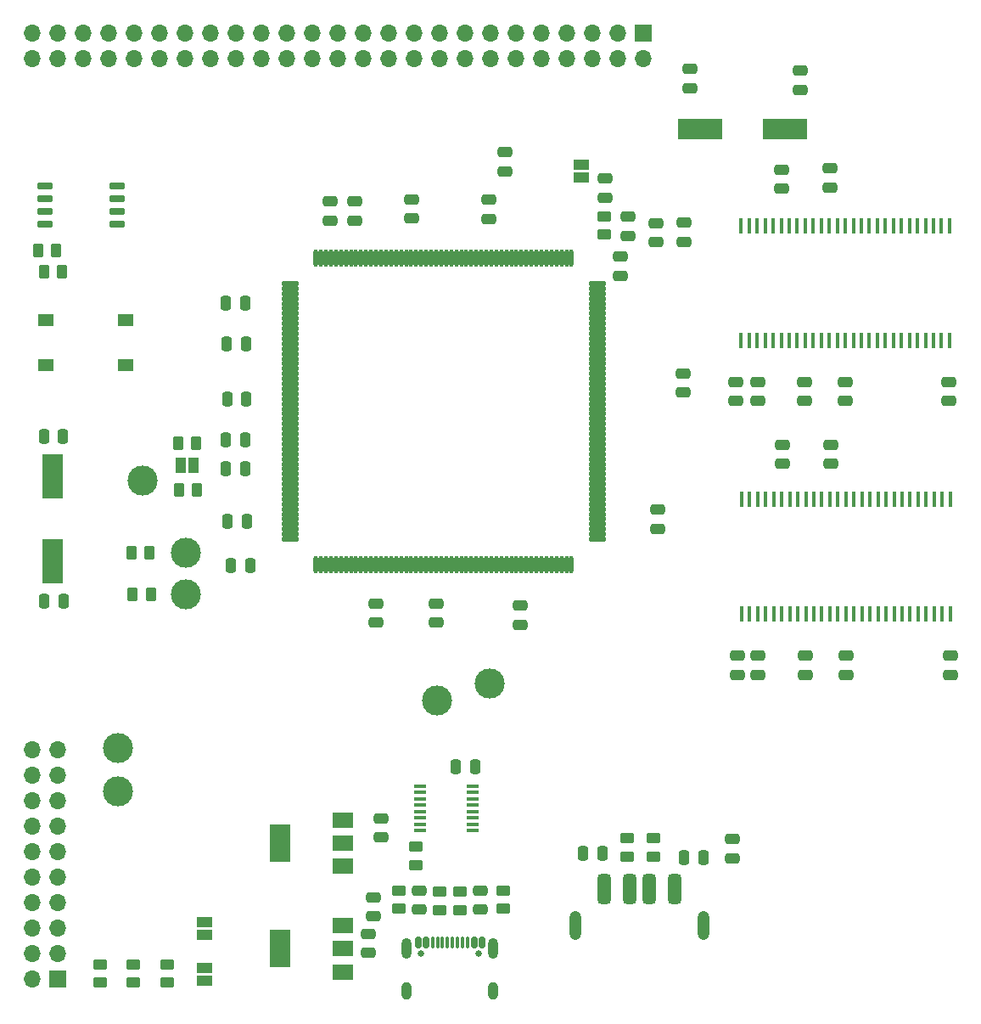
<source format=gbr>
%TF.GenerationSoftware,KiCad,Pcbnew,7.0.10*%
%TF.CreationDate,2024-02-10T01:25:09-05:00*%
%TF.ProjectId,9260-first,39323630-2d66-4697-9273-742e6b696361,rev?*%
%TF.SameCoordinates,Original*%
%TF.FileFunction,Soldermask,Top*%
%TF.FilePolarity,Negative*%
%FSLAX46Y46*%
G04 Gerber Fmt 4.6, Leading zero omitted, Abs format (unit mm)*
G04 Created by KiCad (PCBNEW 7.0.10) date 2024-02-10 01:25:09*
%MOMM*%
%LPD*%
G01*
G04 APERTURE LIST*
G04 Aperture macros list*
%AMRoundRect*
0 Rectangle with rounded corners*
0 $1 Rounding radius*
0 $2 $3 $4 $5 $6 $7 $8 $9 X,Y pos of 4 corners*
0 Add a 4 corners polygon primitive as box body*
4,1,4,$2,$3,$4,$5,$6,$7,$8,$9,$2,$3,0*
0 Add four circle primitives for the rounded corners*
1,1,$1+$1,$2,$3*
1,1,$1+$1,$4,$5*
1,1,$1+$1,$6,$7*
1,1,$1+$1,$8,$9*
0 Add four rect primitives between the rounded corners*
20,1,$1+$1,$2,$3,$4,$5,0*
20,1,$1+$1,$4,$5,$6,$7,0*
20,1,$1+$1,$6,$7,$8,$9,0*
20,1,$1+$1,$8,$9,$2,$3,0*%
G04 Aperture macros list end*
%ADD10RoundRect,0.250000X0.450000X-0.262500X0.450000X0.262500X-0.450000X0.262500X-0.450000X-0.262500X0*%
%ADD11RoundRect,0.325000X-0.325000X-1.175000X0.325000X-1.175000X0.325000X1.175000X-0.325000X1.175000X0*%
%ADD12O,1.200000X2.900000*%
%ADD13RoundRect,0.250000X-0.475000X0.250000X-0.475000X-0.250000X0.475000X-0.250000X0.475000X0.250000X0*%
%ADD14RoundRect,0.250000X-0.250000X-0.475000X0.250000X-0.475000X0.250000X0.475000X-0.250000X0.475000X0*%
%ADD15RoundRect,0.250000X0.250000X0.475000X-0.250000X0.475000X-0.250000X-0.475000X0.250000X-0.475000X0*%
%ADD16O,1.700000X1.700000*%
%ADD17R,1.700000X1.700000*%
%ADD18C,3.000000*%
%ADD19RoundRect,0.250000X0.475000X-0.250000X0.475000X0.250000X-0.475000X0.250000X-0.475000X-0.250000X0*%
%ADD20R,1.500000X1.000000*%
%ADD21R,0.458000X1.510000*%
%ADD22RoundRect,0.150000X-0.650000X-0.150000X0.650000X-0.150000X0.650000X0.150000X-0.650000X0.150000X0*%
%ADD23R,1.550000X1.300000*%
%ADD24RoundRect,0.250000X0.262500X0.450000X-0.262500X0.450000X-0.262500X-0.450000X0.262500X-0.450000X0*%
%ADD25RoundRect,0.250000X-0.450000X0.262500X-0.450000X-0.262500X0.450000X-0.262500X0.450000X0.262500X0*%
%ADD26O,1.000000X1.800000*%
%ADD27O,1.000000X2.100000*%
%ADD28RoundRect,0.150000X-0.150000X-0.425000X0.150000X-0.425000X0.150000X0.425000X-0.150000X0.425000X0*%
%ADD29RoundRect,0.075000X-0.075000X-0.500000X0.075000X-0.500000X0.075000X0.500000X-0.075000X0.500000X0*%
%ADD30C,0.650000*%
%ADD31R,1.200000X0.400000*%
%ADD32R,2.000000X1.500000*%
%ADD33R,2.000000X3.800000*%
%ADD34R,4.500000X2.000000*%
%ADD35R,2.000000X4.500000*%
%ADD36RoundRect,0.062880X-0.789120X-0.199120X0.789120X-0.199120X0.789120X0.199120X-0.789120X0.199120X0*%
%ADD37RoundRect,0.262000X0.000000X-0.590000X0.000000X-0.590000X0.000000X0.590000X0.000000X0.590000X0*%
%ADD38R,1.000000X1.500000*%
%ADD39RoundRect,0.250000X-0.262500X-0.450000X0.262500X-0.450000X0.262500X0.450000X-0.262500X0.450000X0*%
G04 APERTURE END LIST*
D10*
%TO.C,R20*%
X90600000Y-113100000D03*
X90600000Y-111275000D03*
%TD*%
%TO.C,R19*%
X93200000Y-113112500D03*
X93200000Y-111287500D03*
%TD*%
D11*
%TO.C,J4*%
X88300000Y-116300000D03*
X90800000Y-116300000D03*
X92800000Y-116300000D03*
X95300000Y-116300000D03*
D12*
X85400000Y-120000000D03*
X98200000Y-120000000D03*
%TD*%
D13*
%TO.C,C53*%
X101100000Y-111350000D03*
X101100000Y-113250000D03*
%TD*%
D14*
%TO.C,C52*%
X86200000Y-112800000D03*
X88100000Y-112800000D03*
%TD*%
D15*
%TO.C,C51*%
X98150000Y-113200000D03*
X96250000Y-113200000D03*
%TD*%
D16*
%TO.C,J3*%
X31190000Y-33510000D03*
X31190000Y-30970000D03*
X33730000Y-33510000D03*
X33730000Y-30970000D03*
X36270000Y-33510000D03*
X36270000Y-30970000D03*
X38810000Y-33510000D03*
X38810000Y-30970000D03*
X41350000Y-33510000D03*
X41350000Y-30970000D03*
X43890000Y-33510000D03*
X43890000Y-30970000D03*
X46430000Y-33510000D03*
X46430000Y-30970000D03*
X48970000Y-33510000D03*
X48970000Y-30970000D03*
X51510000Y-33510000D03*
X51510000Y-30970000D03*
X54050000Y-33510000D03*
X54050000Y-30970000D03*
X56590000Y-33510000D03*
X56590000Y-30970000D03*
X59130000Y-33510000D03*
X59130000Y-30970000D03*
X61670000Y-33510000D03*
X61670000Y-30970000D03*
X64210000Y-33510000D03*
X64210000Y-30970000D03*
X66750000Y-33510000D03*
X66750000Y-30970000D03*
X69290000Y-33510000D03*
X69290000Y-30970000D03*
X71830000Y-33510000D03*
X71830000Y-30970000D03*
X74370000Y-33510000D03*
X74370000Y-30970000D03*
X76910000Y-33510000D03*
X76910000Y-30970000D03*
X79450000Y-33510000D03*
X79450000Y-30970000D03*
X81990000Y-33510000D03*
X81990000Y-30970000D03*
X84530000Y-33510000D03*
X84530000Y-30970000D03*
X87070000Y-33510000D03*
X87070000Y-30970000D03*
X89610000Y-33510000D03*
X89610000Y-30970000D03*
X92150000Y-33510000D03*
D17*
X92150000Y-30970000D03*
%TD*%
D13*
%TO.C,C22*%
X66040000Y-109286000D03*
X66040000Y-111186000D03*
%TD*%
D15*
%TO.C,C4*%
X52451000Y-71501000D03*
X50551000Y-71501000D03*
%TD*%
D18*
%TO.C,TP4*%
X71628000Y-97536000D03*
%TD*%
D15*
%TO.C,C17*%
X75387750Y-104156750D03*
X73487750Y-104156750D03*
%TD*%
%TO.C,C5*%
X52959000Y-84074000D03*
X51059000Y-84074000D03*
%TD*%
D19*
%TO.C,C10*%
X78410000Y-44760000D03*
X78410000Y-42860000D03*
%TD*%
D10*
%TO.C,R9*%
X67818000Y-118284000D03*
X67818000Y-116459000D03*
%TD*%
D19*
%TO.C,C46*%
X122644000Y-67686000D03*
X122644000Y-65786000D03*
%TD*%
%TO.C,C11*%
X93470000Y-51810000D03*
X93470000Y-49910000D03*
%TD*%
%TO.C,C38*%
X112395000Y-94956000D03*
X112395000Y-93056000D03*
%TD*%
D20*
%TO.C,JP2*%
X85960000Y-45370000D03*
X85960000Y-44070000D03*
%TD*%
D21*
%TO.C,U6*%
X101932000Y-61665000D03*
X102732000Y-61665000D03*
X103532000Y-61665000D03*
X104332000Y-61665000D03*
X105132000Y-61665000D03*
X105932000Y-61665000D03*
X106732000Y-61665000D03*
X107532000Y-61665000D03*
X108332000Y-61665000D03*
X109132000Y-61665000D03*
X109932000Y-61665000D03*
X110732000Y-61665000D03*
X111532000Y-61665000D03*
X112332000Y-61665000D03*
X113132000Y-61665000D03*
X113932000Y-61665000D03*
X114732000Y-61665000D03*
X115532000Y-61665000D03*
X116332000Y-61665000D03*
X117132000Y-61665000D03*
X117932000Y-61665000D03*
X118732000Y-61665000D03*
X119532000Y-61665000D03*
X120332000Y-61665000D03*
X121132000Y-61665000D03*
X121932000Y-61665000D03*
X122732000Y-61665000D03*
X122732000Y-50165000D03*
X121932000Y-50165000D03*
X121132000Y-50165000D03*
X120332000Y-50165000D03*
X119532000Y-50165000D03*
X118732000Y-50165000D03*
X117932000Y-50165000D03*
X117132000Y-50165000D03*
X116332000Y-50165000D03*
X115532000Y-50165000D03*
X114732000Y-50165000D03*
X113932000Y-50165000D03*
X113132000Y-50165000D03*
X112332000Y-50165000D03*
X111532000Y-50165000D03*
X110732000Y-50165000D03*
X109932000Y-50165000D03*
X109132000Y-50165000D03*
X108332000Y-50165000D03*
X107532000Y-50165000D03*
X106732000Y-50165000D03*
X105932000Y-50165000D03*
X105132000Y-50165000D03*
X104332000Y-50165000D03*
X103532000Y-50165000D03*
X102732000Y-50165000D03*
X101932000Y-50165000D03*
%TD*%
D22*
%TO.C,U8*%
X32500000Y-46245000D03*
X32500000Y-47515000D03*
X32500000Y-48785000D03*
X32500000Y-50055000D03*
X39700000Y-50055000D03*
X39700000Y-48785000D03*
X39700000Y-47515000D03*
X39700000Y-46245000D03*
%TD*%
D19*
%TO.C,C43*%
X103594000Y-67681000D03*
X103594000Y-65781000D03*
%TD*%
%TO.C,C21*%
X64770000Y-122677000D03*
X64770000Y-120777000D03*
%TD*%
D23*
%TO.C,SW1*%
X32550000Y-59600000D03*
X40500000Y-59600000D03*
X32550000Y-64100000D03*
X40500000Y-64100000D03*
%TD*%
D24*
%TO.C,R3*%
X34212500Y-54800000D03*
X32387500Y-54800000D03*
%TD*%
D25*
%TO.C,R8*%
X69500000Y-112100000D03*
X69500000Y-113925000D03*
%TD*%
D10*
%TO.C,R11*%
X37973000Y-125650000D03*
X37973000Y-123825000D03*
%TD*%
D13*
%TO.C,C18*%
X65278000Y-117160000D03*
X65278000Y-119060000D03*
%TD*%
%TO.C,C12*%
X89920000Y-53290000D03*
X89920000Y-55190000D03*
%TD*%
%TO.C,C41*%
X110808000Y-44485000D03*
X110808000Y-46385000D03*
%TD*%
D19*
%TO.C,C44*%
X108293000Y-67686000D03*
X108293000Y-65786000D03*
%TD*%
D26*
%TO.C,J2*%
X77218000Y-126460000D03*
D27*
X77218000Y-122280000D03*
D26*
X68578000Y-126460000D03*
D27*
X68578000Y-122280000D03*
D28*
X69698000Y-121705000D03*
X70498000Y-121705000D03*
D29*
X71148000Y-121705000D03*
X72148000Y-121705000D03*
X73648000Y-121705000D03*
X74648000Y-121705000D03*
D28*
X75298000Y-121705000D03*
X76098000Y-121705000D03*
X76098000Y-121705000D03*
X75298000Y-121705000D03*
D29*
X74148000Y-121705000D03*
X73148000Y-121705000D03*
X72648000Y-121705000D03*
X71648000Y-121705000D03*
D28*
X70498000Y-121705000D03*
X69698000Y-121705000D03*
D30*
X75788000Y-122780000D03*
X70008000Y-122780000D03*
%TD*%
D18*
%TO.C,TP5*%
X39780000Y-106610000D03*
%TD*%
D31*
%TO.C,U4*%
X69926750Y-106061750D03*
X69926750Y-106696750D03*
X69926750Y-107331750D03*
X69926750Y-107966750D03*
X69926750Y-108601750D03*
X69926750Y-109236750D03*
X69926750Y-109871750D03*
X69926750Y-110506750D03*
X75126750Y-110506750D03*
X75126750Y-109871750D03*
X75126750Y-109236750D03*
X75126750Y-108601750D03*
X75126750Y-107966750D03*
X75126750Y-107331750D03*
X75126750Y-106696750D03*
X75126750Y-106061750D03*
%TD*%
D13*
%TO.C,C14*%
X107830000Y-34740000D03*
X107830000Y-36640000D03*
%TD*%
D24*
%TO.C,R2*%
X47592500Y-71900000D03*
X45767500Y-71900000D03*
%TD*%
D32*
%TO.C,U3*%
X62230000Y-124587000D03*
X62230000Y-122287000D03*
D33*
X55930000Y-122287000D03*
D32*
X62230000Y-119987000D03*
%TD*%
D13*
%TO.C,C8*%
X93599000Y-80391000D03*
X93599000Y-78491000D03*
%TD*%
D21*
%TO.C,U5*%
X101995000Y-88935000D03*
X102795000Y-88935000D03*
X103595000Y-88935000D03*
X104395000Y-88935000D03*
X105195000Y-88935000D03*
X105995000Y-88935000D03*
X106795000Y-88935000D03*
X107595000Y-88935000D03*
X108395000Y-88935000D03*
X109195000Y-88935000D03*
X109995000Y-88935000D03*
X110795000Y-88935000D03*
X111595000Y-88935000D03*
X112395000Y-88935000D03*
X113195000Y-88935000D03*
X113995000Y-88935000D03*
X114795000Y-88935000D03*
X115595000Y-88935000D03*
X116395000Y-88935000D03*
X117195000Y-88935000D03*
X117995000Y-88935000D03*
X118795000Y-88935000D03*
X119595000Y-88935000D03*
X120395000Y-88935000D03*
X121195000Y-88935000D03*
X121995000Y-88935000D03*
X122795000Y-88935000D03*
X122795000Y-77435000D03*
X121995000Y-77435000D03*
X121195000Y-77435000D03*
X120395000Y-77435000D03*
X119595000Y-77435000D03*
X118795000Y-77435000D03*
X117995000Y-77435000D03*
X117195000Y-77435000D03*
X116395000Y-77435000D03*
X115595000Y-77435000D03*
X114795000Y-77435000D03*
X113995000Y-77435000D03*
X113195000Y-77435000D03*
X112395000Y-77435000D03*
X111595000Y-77435000D03*
X110795000Y-77435000D03*
X109995000Y-77435000D03*
X109195000Y-77435000D03*
X108395000Y-77435000D03*
X107595000Y-77435000D03*
X106795000Y-77435000D03*
X105995000Y-77435000D03*
X105195000Y-77435000D03*
X104395000Y-77435000D03*
X103595000Y-77435000D03*
X102795000Y-77435000D03*
X101995000Y-77435000D03*
%TD*%
D19*
%TO.C,C37*%
X108331000Y-94956000D03*
X108331000Y-93056000D03*
%TD*%
D20*
%TO.C,JP1*%
X48387000Y-120904000D03*
X48387000Y-119604000D03*
%TD*%
D24*
%TO.C,R1*%
X47675000Y-76530000D03*
X45850000Y-76530000D03*
%TD*%
D19*
%TO.C,C42*%
X101435000Y-67686000D03*
X101435000Y-65786000D03*
%TD*%
D34*
%TO.C,Y2*%
X97830000Y-40530000D03*
X106330000Y-40530000D03*
%TD*%
D13*
%TO.C,C30*%
X60910000Y-47780000D03*
X60910000Y-49680000D03*
%TD*%
D35*
%TO.C,Y1*%
X33274000Y-83684000D03*
X33274000Y-75184000D03*
%TD*%
D13*
%TO.C,C13*%
X96820000Y-36450000D03*
X96820000Y-34550000D03*
%TD*%
%TO.C,C23*%
X88334000Y-45470000D03*
X88334000Y-47370000D03*
%TD*%
D10*
%TO.C,R7*%
X71882000Y-118411000D03*
X71882000Y-116586000D03*
%TD*%
D36*
%TO.C,U1*%
X56963000Y-55957000D03*
X56963000Y-56457000D03*
X56963000Y-56957000D03*
X56963000Y-57457000D03*
X56963000Y-57957000D03*
X56963000Y-58457000D03*
X56963000Y-58957000D03*
X56963000Y-59457000D03*
X56963000Y-59957000D03*
X56963000Y-60457000D03*
X56963000Y-60957000D03*
X56963000Y-61457000D03*
X56963000Y-61957000D03*
X56963000Y-62457000D03*
X56963000Y-62957000D03*
X56963000Y-63457000D03*
X56963000Y-63957000D03*
X56963000Y-64457000D03*
X56963000Y-64957000D03*
X56963000Y-65457000D03*
X56963000Y-65957000D03*
X56963000Y-66457000D03*
X56963000Y-66957000D03*
X56963000Y-67457000D03*
X56963000Y-67957000D03*
X56963000Y-68457000D03*
X56963000Y-68957000D03*
X56963000Y-69457000D03*
X56963000Y-69957000D03*
X56963000Y-70457000D03*
X56963000Y-70957000D03*
X56963000Y-71457000D03*
X56963000Y-71957000D03*
X56963000Y-72457000D03*
X56963000Y-72957000D03*
X56963000Y-73457000D03*
X56963000Y-73957000D03*
X56963000Y-74457000D03*
X56963000Y-74957000D03*
X56963000Y-75457000D03*
X56963000Y-75957000D03*
X56963000Y-76457000D03*
X56963000Y-76957000D03*
X56963000Y-77457000D03*
X56963000Y-77957000D03*
X56963000Y-78457000D03*
X56963000Y-78957000D03*
X56963000Y-79457000D03*
X56963000Y-79957000D03*
X56963000Y-80457000D03*
X56963000Y-80957000D03*
X56963000Y-81457000D03*
D37*
X59513000Y-84007000D03*
X60013000Y-84007000D03*
X60513000Y-84007000D03*
X61013000Y-84007000D03*
X61513000Y-84007000D03*
X62013000Y-84007000D03*
X62513000Y-84007000D03*
X63013000Y-84007000D03*
X63513000Y-84007000D03*
X64013000Y-84007000D03*
X64513000Y-84007000D03*
X65013000Y-84007000D03*
X65513000Y-84007000D03*
X66013000Y-84007000D03*
X66513000Y-84007000D03*
X67013000Y-84007000D03*
X67513000Y-84007000D03*
X68013000Y-84007000D03*
X68513000Y-84007000D03*
X69013000Y-84007000D03*
X69513000Y-84007000D03*
X70013000Y-84007000D03*
X70513000Y-84007000D03*
X71013000Y-84007000D03*
X71513000Y-84007000D03*
X72013000Y-84007000D03*
X72513000Y-84007000D03*
X73013000Y-84007000D03*
X73513000Y-84007000D03*
X74013000Y-84007000D03*
X74513000Y-84007000D03*
X75013000Y-84007000D03*
X75513000Y-84007000D03*
X76013000Y-84007000D03*
X76513000Y-84007000D03*
X77013000Y-84007000D03*
X77513000Y-84007000D03*
X78013000Y-84007000D03*
X78513000Y-84007000D03*
X79013000Y-84007000D03*
X79513000Y-84007000D03*
X80013000Y-84007000D03*
X80513000Y-84007000D03*
X81013000Y-84007000D03*
X81513000Y-84007000D03*
X82013000Y-84007000D03*
X82513000Y-84007000D03*
X83013000Y-84007000D03*
X83513000Y-84007000D03*
X84013000Y-84007000D03*
X84513000Y-84007000D03*
X85013000Y-84007000D03*
D36*
X87563000Y-81457000D03*
X87563000Y-80957000D03*
X87563000Y-80457000D03*
X87563000Y-79957000D03*
X87563000Y-79457000D03*
X87563000Y-78957000D03*
X87563000Y-78457000D03*
X87563000Y-77957000D03*
X87563000Y-77457000D03*
X87563000Y-76957000D03*
X87563000Y-76457000D03*
X87563000Y-75957000D03*
X87563000Y-75457000D03*
X87563000Y-74957000D03*
X87563000Y-74457000D03*
X87563000Y-73957000D03*
X87563000Y-73457000D03*
X87563000Y-72957000D03*
X87563000Y-72457000D03*
X87563000Y-71957000D03*
X87563000Y-71457000D03*
X87563000Y-70957000D03*
X87563000Y-70457000D03*
X87563000Y-69957000D03*
X87563000Y-69457000D03*
X87563000Y-68957000D03*
X87563000Y-68457000D03*
X87563000Y-67957000D03*
X87563000Y-67457000D03*
X87563000Y-66957000D03*
X87563000Y-66457000D03*
X87563000Y-65957000D03*
X87563000Y-65457000D03*
X87563000Y-64957000D03*
X87563000Y-64457000D03*
X87563000Y-63957000D03*
X87563000Y-63457000D03*
X87563000Y-62957000D03*
X87563000Y-62457000D03*
X87563000Y-61957000D03*
X87563000Y-61457000D03*
X87563000Y-60957000D03*
X87563000Y-60457000D03*
X87563000Y-59957000D03*
X87563000Y-59457000D03*
X87563000Y-58957000D03*
X87563000Y-58457000D03*
X87563000Y-57957000D03*
X87563000Y-57457000D03*
X87563000Y-56957000D03*
X87563000Y-56457000D03*
X87563000Y-55957000D03*
D37*
X85013000Y-53407000D03*
X84513000Y-53407000D03*
X84013000Y-53407000D03*
X83513000Y-53407000D03*
X83013000Y-53407000D03*
X82513000Y-53407000D03*
X82013000Y-53407000D03*
X81513000Y-53407000D03*
X81013000Y-53407000D03*
X80513000Y-53407000D03*
X80013000Y-53407000D03*
X79513000Y-53407000D03*
X79013000Y-53407000D03*
X78513000Y-53407000D03*
X78013000Y-53407000D03*
X77513000Y-53407000D03*
X77013000Y-53407000D03*
X76513000Y-53407000D03*
X76013000Y-53407000D03*
X75513000Y-53407000D03*
X75013000Y-53407000D03*
X74513000Y-53407000D03*
X74013000Y-53407000D03*
X73513000Y-53407000D03*
X73013000Y-53407000D03*
X72513000Y-53407000D03*
X72013000Y-53407000D03*
X71513000Y-53407000D03*
X71013000Y-53407000D03*
X70513000Y-53407000D03*
X70013000Y-53407000D03*
X69513000Y-53407000D03*
X69013000Y-53407000D03*
X68513000Y-53407000D03*
X68013000Y-53407000D03*
X67513000Y-53407000D03*
X67013000Y-53407000D03*
X66513000Y-53407000D03*
X66013000Y-53407000D03*
X65513000Y-53407000D03*
X65013000Y-53407000D03*
X64513000Y-53407000D03*
X64013000Y-53407000D03*
X63513000Y-53407000D03*
X63013000Y-53407000D03*
X62513000Y-53407000D03*
X62013000Y-53407000D03*
X61513000Y-53407000D03*
X61013000Y-53407000D03*
X60513000Y-53407000D03*
X60013000Y-53407000D03*
X59513000Y-53407000D03*
%TD*%
D13*
%TO.C,C32*%
X63390000Y-47770000D03*
X63390000Y-49670000D03*
%TD*%
D19*
%TO.C,C45*%
X112357000Y-67686000D03*
X112357000Y-65786000D03*
%TD*%
%TO.C,C35*%
X101600000Y-94956000D03*
X101600000Y-93056000D03*
%TD*%
D13*
%TO.C,C19*%
X69850000Y-116459000D03*
X69850000Y-118359000D03*
%TD*%
D14*
%TO.C,C16*%
X32440000Y-87610000D03*
X34340000Y-87610000D03*
%TD*%
%TO.C,C15*%
X32380000Y-71200000D03*
X34280000Y-71200000D03*
%TD*%
D15*
%TO.C,C1*%
X52451000Y-57912000D03*
X50551000Y-57912000D03*
%TD*%
D17*
%TO.C,J1*%
X33717000Y-125344000D03*
D16*
X31177000Y-125344000D03*
X33717000Y-122804000D03*
X31177000Y-122804000D03*
X33717000Y-120264000D03*
X31177000Y-120264000D03*
X33717000Y-117724000D03*
X31177000Y-117724000D03*
X33717000Y-115184000D03*
X31177000Y-115184000D03*
X33717000Y-112644000D03*
X31177000Y-112644000D03*
X33717000Y-110104000D03*
X31177000Y-110104000D03*
X33717000Y-107564000D03*
X31177000Y-107564000D03*
X33717000Y-105024000D03*
X31177000Y-105024000D03*
X33717000Y-102484000D03*
X31177000Y-102484000D03*
%TD*%
D38*
%TO.C,JP4*%
X47320000Y-74118000D03*
X46020000Y-74118000D03*
%TD*%
D15*
%TO.C,C2*%
X52512000Y-61976000D03*
X50612000Y-61976000D03*
%TD*%
D13*
%TO.C,C34*%
X110871000Y-72040000D03*
X110871000Y-73940000D03*
%TD*%
D19*
%TO.C,C39*%
X122809000Y-94956000D03*
X122809000Y-93056000D03*
%TD*%
D10*
%TO.C,R6*%
X73914000Y-118411000D03*
X73914000Y-116586000D03*
%TD*%
D15*
%TO.C,C25*%
X52610000Y-79640000D03*
X50710000Y-79640000D03*
%TD*%
%TO.C,C3*%
X52578000Y-67437000D03*
X50678000Y-67437000D03*
%TD*%
D13*
%TO.C,C7*%
X79883000Y-88077000D03*
X79883000Y-89977000D03*
%TD*%
%TO.C,C6*%
X65532000Y-87884000D03*
X65532000Y-89784000D03*
%TD*%
D14*
%TO.C,C26*%
X50530000Y-74440000D03*
X52430000Y-74440000D03*
%TD*%
D19*
%TO.C,C36*%
X103632000Y-94956000D03*
X103632000Y-93056000D03*
%TD*%
D18*
%TO.C,TP1*%
X46539500Y-82759500D03*
%TD*%
D10*
%TO.C,R10*%
X78229500Y-118284000D03*
X78229500Y-116459000D03*
%TD*%
D18*
%TO.C,TP2*%
X46563000Y-86950500D03*
%TD*%
%TO.C,TP7*%
X39790000Y-102260000D03*
%TD*%
D39*
%TO.C,R18*%
X31787500Y-52700000D03*
X33612500Y-52700000D03*
%TD*%
D32*
%TO.C,U2*%
X62205000Y-114060000D03*
X62205000Y-111760000D03*
D33*
X55905000Y-111760000D03*
D32*
X62205000Y-109460000D03*
%TD*%
D25*
%TO.C,R14*%
X88310500Y-49256500D03*
X88310500Y-51081500D03*
%TD*%
D19*
%TO.C,C9*%
X96139000Y-66797000D03*
X96139000Y-64897000D03*
%TD*%
%TO.C,C27*%
X71501000Y-89784000D03*
X71501000Y-87884000D03*
%TD*%
D18*
%TO.C,TP6*%
X42200000Y-75610000D03*
%TD*%
D13*
%TO.C,C33*%
X106045000Y-72040000D03*
X106045000Y-73940000D03*
%TD*%
D10*
%TO.C,R13*%
X44704000Y-125650000D03*
X44704000Y-123825000D03*
%TD*%
D19*
%TO.C,C31*%
X69085000Y-49465000D03*
X69085000Y-47565000D03*
%TD*%
D18*
%TO.C,TP3*%
X76830000Y-95830000D03*
%TD*%
D20*
%TO.C,JP3*%
X48387000Y-124191000D03*
X48387000Y-125491000D03*
%TD*%
D13*
%TO.C,C20*%
X75946000Y-116459000D03*
X75946000Y-118359000D03*
%TD*%
D24*
%TO.C,R4*%
X43030500Y-86950500D03*
X41205500Y-86950500D03*
%TD*%
D13*
%TO.C,C24*%
X90620000Y-49280000D03*
X90620000Y-51180000D03*
%TD*%
D10*
%TO.C,R12*%
X41275000Y-125650000D03*
X41275000Y-123825000D03*
%TD*%
D13*
%TO.C,C28*%
X96240000Y-49880000D03*
X96240000Y-51780000D03*
%TD*%
D24*
%TO.C,R5*%
X42903500Y-82759500D03*
X41078500Y-82759500D03*
%TD*%
D13*
%TO.C,C29*%
X76790000Y-47620000D03*
X76790000Y-49520000D03*
%TD*%
%TO.C,C40*%
X105982000Y-44612000D03*
X105982000Y-46512000D03*
%TD*%
M02*

</source>
